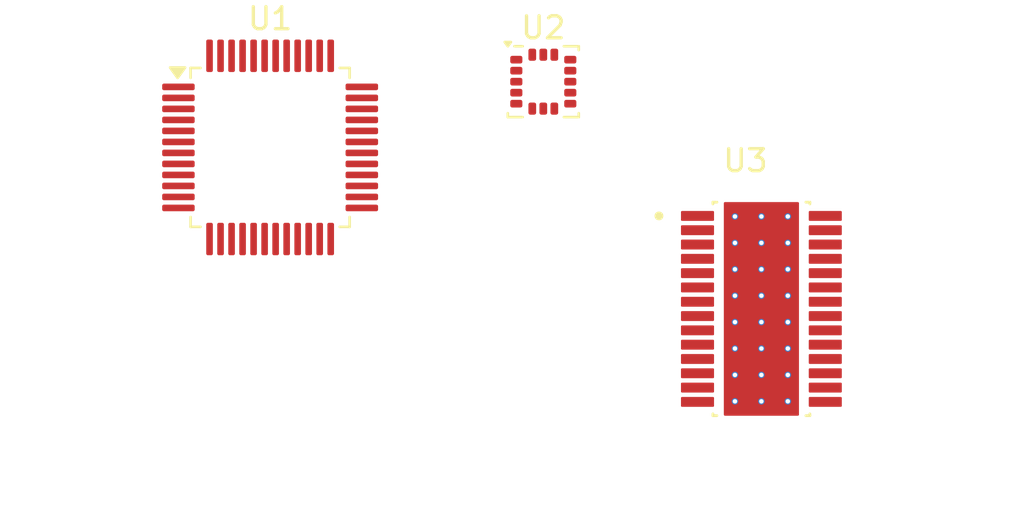
<source format=kicad_pcb>
(kicad_pcb (version 20241229) (generator "pcbnew") (generator_version "9.0")
  (layers (0 "F.Cu" signal) (2 "B.Cu" signal) (13 "F.Paste" user) (15 "B.Paste" user) (5 "F.SilkS" user "F.Silkscreen") (7 "B.SilkS" user "B.Silkscreen") (1 "F.Mask" user) (3 "B.Mask" user) (25 "Edge.Cuts" user))
  (net 0 "")
  (net 1 "Net-(U1-VSS-Pad23)")
  (net 48 "Net-(U2-GND-Pad10)")
  (net 61 "GND")
  (net 74 "VM")
  (footprint "Package_QFP:LQFP-48_7x7mm_P0.5mm" (layer "F.Cu") (at 157.375 83.8125)
    (property "Reference" "U1" (at 0 -5.85 0) (layer "F.SilkS"))
    (property "Value" "STM32G431CBTx")
    (fp_line (start -3.61 -3.61) (end -3.61 -3.16) (stroke (width 0.12)) (layer "F.SilkS"))
    (fp_line (start -3.61 3.61) (end -3.61 3.16) (stroke (width 0.12)) (layer "F.SilkS"))
    (fp_line (start -3.16 -3.61) (end -3.61 -3.61) (stroke (width 0.12)) (layer "F.SilkS"))
    (fp_line (start -3.16 3.61) (end -3.61 3.61) (stroke (width 0.12)) (layer "F.SilkS"))
    (fp_line (start 3.16 -3.61) (end 3.61 -3.61) (stroke (width 0.12)) (layer "F.SilkS"))
    (fp_line (start 3.16 3.61) (end 3.61 3.61) (stroke (width 0.12)) (layer "F.SilkS"))
    (fp_line (start 3.61 -3.61) (end 3.61 -3.16) (stroke (width 0.12)) (layer "F.SilkS"))
    (fp_line (start 3.61 3.61) (end 3.61 3.16) (stroke (width 0.12)) (layer "F.SilkS"))
    (fp_poly (pts (xy -4.2 -3.16) (xy -4.54 -3.63) (xy -3.86 -3.63)) (stroke (width 0.12)) (fill yes) (layer "F.SilkS"))
    (pad "1" smd roundrect (at -4.1625 -2.75) (size 1.475 0.3) (layers "F.Cu" "F.Mask" "F.Paste"))
    (pad "2" smd roundrect (at -4.1625 -2.25) (size 1.475 0.3) (layers "F.Cu" "F.Mask" "F.Paste"))
    (pad "3" smd roundrect (at -4.1625 -1.75) (size 1.475 0.3) (layers "F.Cu" "F.Mask" "F.Paste"))
    (pad "4" smd roundrect (at -4.1625 -1.25) (size 1.475 0.3) (layers "F.Cu" "F.Mask" "F.Paste"))
    (pad "5" smd roundrect (at -4.1625 -0.75) (size 1.475 0.3) (layers "F.Cu" "F.Mask" "F.Paste"))
    (pad "6" smd roundrect (at -4.1625 -0.25) (size 1.475 0.3) (layers "F.Cu" "F.Mask" "F.Paste"))
    (pad "7" smd roundrect (at -4.1625 0.25) (size 1.475 0.3) (layers "F.Cu" "F.Mask" "F.Paste"))
    (pad "8" smd roundrect (at -4.1625 0.75) (size 1.475 0.3) (layers "F.Cu" "F.Mask" "F.Paste"))
    (pad "9" smd roundrect (at -4.1625 1.25) (size 1.475 0.3) (layers "F.Cu" "F.Mask" "F.Paste"))
    (pad "10" smd roundrect (at -4.1625 1.75) (size 1.475 0.3) (layers "F.Cu" "F.Mask" "F.Paste"))
    (pad "11" smd roundrect (at -4.1625 2.25) (size 1.475 0.3) (layers "F.Cu" "F.Mask" "F.Paste"))
    (pad "12" smd roundrect (at -4.1625 2.75) (size 1.475 0.3) (layers "F.Cu" "F.Mask" "F.Paste"))
    (pad "13" smd roundrect (at -2.75 4.1625) (size 0.3 1.475) (layers "F.Cu" "F.Mask" "F.Paste"))
    (pad "14" smd roundrect (at -2.25 4.1625) (size 0.3 1.475) (layers "F.Cu" "F.Mask" "F.Paste"))
    (pad "15" smd roundrect (at -1.75 4.1625) (size 0.3 1.475) (layers "F.Cu" "F.Mask" "F.Paste"))
    (pad "16" smd roundrect (at -1.25 4.1625) (size 0.3 1.475) (layers "F.Cu" "F.Mask" "F.Paste"))
    (pad "17" smd roundrect (at -0.75 4.1625) (size 0.3 1.475) (layers "F.Cu" "F.Mask" "F.Paste"))
    (pad "18" smd roundrect (at -0.25 4.1625) (size 0.3 1.475) (layers "F.Cu" "F.Mask" "F.Paste"))
    (pad "19" smd roundrect (at 0.25 4.1625) (size 0.3 1.475) (layers "F.Cu" "F.Mask" "F.Paste"))
    (pad "20" smd roundrect (at 0.75 4.1625) (size 0.3 1.475) (layers "F.Cu" "F.Mask" "F.Paste"))
    (pad "21" smd roundrect (at 1.25 4.1625) (size 0.3 1.475) (layers "F.Cu" "F.Mask" "F.Paste"))
    (pad "22" smd roundrect (at 1.75 4.1625) (size 0.3 1.475) (layers "F.Cu" "F.Mask" "F.Paste"))
    (pad "23" smd roundrect (at 2.25 4.1625) (size 0.3 1.475) (layers "F.Cu" "F.Mask" "F.Paste") (net 1 "Net-(U1-VSS-Pad23)"))
    (pad "24" smd roundrect (at 2.75 4.1625) (size 0.3 1.475) (layers "F.Cu" "F.Mask" "F.Paste"))
    (pad "25" smd roundrect (at 4.1625 2.75) (size 1.475 0.3) (layers "F.Cu" "F.Mask" "F.Paste"))
    (pad "26" smd roundrect (at 4.1625 2.25) (size 1.475 0.3) (layers "F.Cu" "F.Mask" "F.Paste"))
    (pad "27" smd roundrect (at 4.1625 1.75) (size 1.475 0.3) (layers "F.Cu" "F.Mask" "F.Paste"))
    (pad "28" smd roundrect (at 4.1625 1.25) (size 1.475 0.3) (layers "F.Cu" "F.Mask" "F.Paste"))
    (pad "29" smd roundrect (at 4.1625 0.75) (size 1.475 0.3) (layers "F.Cu" "F.Mask" "F.Paste"))
    (pad "30" smd roundrect (at 4.1625 0.25) (size 1.475 0.3) (layers "F.Cu" "F.Mask" "F.Paste"))
    (pad "31" smd roundrect (at 4.1625 -0.25) (size 1.475 0.3) (layers "F.Cu" "F.Mask" "F.Paste"))
    (pad "32" smd roundrect (at 4.1625 -0.75) (size 1.475 0.3) (layers "F.Cu" "F.Mask" "F.Paste"))
    (pad "33" smd roundrect (at 4.1625 -1.25) (size 1.475 0.3) (layers "F.Cu" "F.Mask" "F.Paste"))
    (pad "34" smd roundrect (at 4.1625 -1.75) (size 1.475 0.3) (layers "F.Cu" "F.Mask" "F.Paste"))
    (pad "35" smd roundrect (at 4.1625 -2.25) (size 1.475 0.3) (layers "F.Cu" "F.Mask" "F.Paste") (net 1 "Net-(U1-VSS-Pad23)"))
    (pad "36" smd roundrect (at 4.1625 -2.75) (size 1.475 0.3) (layers "F.Cu" "F.Mask" "F.Paste"))
    (pad "37" smd roundrect (at 2.75 -4.1625) (size 0.3 1.475) (layers "F.Cu" "F.Mask" "F.Paste"))
    (pad "38" smd roundrect (at 2.25 -4.1625) (size 0.3 1.475) (layers "F.Cu" "F.Mask" "F.Paste"))
    (pad "39" smd roundrect (at 1.75 -4.1625) (size 0.3 1.475) (layers "F.Cu" "F.Mask" "F.Paste"))
    (pad "40" smd roundrect (at 1.25 -4.1625) (size 0.3 1.475) (layers "F.Cu" "F.Mask" "F.Paste"))
    (pad "41" smd roundrect (at 0.75 -4.1625) (size 0.3 1.475) (layers "F.Cu" "F.Mask" "F.Paste"))
    (pad "42" smd roundrect (at 0.25 -4.1625) (size 0.3 1.475) (layers "F.Cu" "F.Mask" "F.Paste"))
    (pad "43" smd roundrect (at -0.25 -4.1625) (size 0.3 1.475) (layers "F.Cu" "F.Mask" "F.Paste"))
    (pad "44" smd roundrect (at -0.75 -4.1625) (size 0.3 1.475) (layers "F.Cu" "F.Mask" "F.Paste"))
    (pad "45" smd roundrect (at -1.25 -4.1625) (size 0.3 1.475) (layers "F.Cu" "F.Mask" "F.Paste"))
    (pad "46" smd roundrect (at -1.75 -4.1625) (size 0.3 1.475) (layers "F.Cu" "F.Mask" "F.Paste"))
    (pad "47" smd roundrect (at -2.25 -4.1625) (size 0.3 1.475) (layers "F.Cu" "F.Mask" "F.Paste") (net 1 "Net-(U1-VSS-Pad23)"))
    (pad "48" smd roundrect (at -2.75 -4.1625) (size 0.3 1.475) (layers "F.Cu" "F.Mask" "F.Paste"))
  )
  (footprint "Package_LGA:LGA-16_3x3mm_P0.5mm_LayoutBorder3x5y" (layer "F.Cu") (at 169.775 80.825)
    (property "Reference" "U2" (at 0 -2.45 0) (layer "F.SilkS"))
    (property "Value" "ICM-20602")
    (fp_line (start -1.61 1.61) (end -1.61 1.435) (stroke (width 0.12)) (layer "F.SilkS"))
    (fp_line (start -0.935 -1.61) (end -1.31 -1.61) (stroke (width 0.12)) (layer "F.SilkS"))
    (fp_line (start -0.935 1.61) (end -1.61 1.61) (stroke (width 0.12)) (layer "F.SilkS"))
    (fp_line (start 0.935 -1.61) (end 1.61 -1.61) (stroke (width 0.12)) (layer "F.SilkS"))
    (fp_line (start 0.935 1.61) (end 1.61 1.61) (stroke (width 0.12)) (layer "F.SilkS"))
    (fp_line (start 1.61 -1.61) (end 1.61 -1.435) (stroke (width 0.12)) (layer "F.SilkS"))
    (fp_line (start 1.61 1.61) (end 1.61 1.435) (stroke (width 0.12)) (layer "F.SilkS"))
    (fp_poly (pts (xy -1.61 -1.61) (xy -1.75 -1.8) (xy -1.47 -1.8)) (stroke (width 0.12)) (fill yes) (layer "F.SilkS"))
    (pad "1" smd roundrect (at -1.225 -1) (size 0.55 0.35) (layers "F.Cu" "F.Mask" "F.Paste"))
    (pad "2" smd roundrect (at -1.225 -0.5) (size 0.55 0.35) (layers "F.Cu" "F.Mask" "F.Paste"))
    (pad "3" smd roundrect (at -1.225 0) (size 0.55 0.35) (layers "F.Cu" "F.Mask" "F.Paste"))
    (pad "4" smd roundrect (at -1.225 0.5) (size 0.55 0.35) (layers "F.Cu" "F.Mask" "F.Paste"))
    (pad "5" smd roundrect (at -1.225 1) (size 0.55 0.35) (layers "F.Cu" "F.Mask" "F.Paste"))
    (pad "6" smd roundrect (at -0.5 1.225) (size 0.35 0.55) (layers "F.Cu" "F.Mask" "F.Paste"))
    (pad "7" smd roundrect (at 0 1.225) (size 0.35 0.55) (layers "F.Cu" "F.Mask" "F.Paste"))
    (pad "8" smd roundrect (at 0.5 1.225) (size 0.35 0.55) (layers "F.Cu" "F.Mask" "F.Paste"))
    (pad "9" smd roundrect (at 1.225 1) (size 0.55 0.35) (layers "F.Cu" "F.Mask" "F.Paste") (net 48 "Net-(U2-GND-Pad10)"))
    (pad "10" smd roundrect (at 1.225 0.5) (size 0.55 0.35) (layers "F.Cu" "F.Mask" "F.Paste") (net 48 "Net-(U2-GND-Pad10)"))
    (pad "11" smd roundrect (at 1.225 0) (size 0.55 0.35) (layers "F.Cu" "F.Mask" "F.Paste") (net 48 "Net-(U2-GND-Pad10)"))
    (pad "12" smd roundrect (at 1.225 -0.5) (size 0.55 0.35) (layers "F.Cu" "F.Mask" "F.Paste") (net 48 "Net-(U2-GND-Pad10)"))
    (pad "13" smd roundrect (at 1.225 -1) (size 0.55 0.35) (layers "F.Cu" "F.Mask" "F.Paste") (net 48 "Net-(U2-GND-Pad10)"))
    (pad "14" smd roundrect (at 0.5 -1.225) (size 0.35 0.55) (layers "F.Cu" "F.Mask" "F.Paste"))
    (pad "15" smd roundrect (at 0 -1.225) (size 0.35 0.55) (layers "F.Cu" "F.Mask" "F.Paste") (net 48 "Net-(U2-GND-Pad10)"))
    (pad "16" smd roundrect (at -0.5 -1.225) (size 0.35 0.55) (layers "F.Cu" "F.Mask" "F.Paste"))
  )
  (footprint "SOP65P640X120-29N:SOP65P640X120-29N" (layer "F.Cu") (at 179.675 91.15)
    (property "Reference" "U3" (at -0.725 -6.735 0) (layer "F.SilkS"))
    (property "Value" "DRV8313PWP")
    (fp_line (start -2.2 -4.85) (end -2.2 -4.77) (stroke (width 0.127)) (layer "F.SilkS"))
    (fp_line (start -2.2 -4.85) (end -2.02 -4.85) (stroke (width 0.127)) (layer "F.SilkS"))
    (fp_line (start -2.2 4.85) (end -2.2 4.77) (stroke (width 0.127)) (layer "F.SilkS"))
    (fp_line (start -2.2 4.85) (end -2.02 4.85) (stroke (width 0.127)) (layer "F.SilkS"))
    (fp_line (start 2.02 -4.85) (end 2.2 -4.85) (stroke (width 0.127)) (layer "F.SilkS"))
    (fp_line (start 2.02 4.85) (end 2.2 4.85) (stroke (width 0.127)) (layer "F.SilkS"))
    (fp_line (start 2.2 -4.85) (end 2.2 -4.77) (stroke (width 0.127)) (layer "F.SilkS"))
    (fp_line (start 2.2 4.85) (end 2.2 4.77) (stroke (width 0.127)) (layer "F.SilkS"))
    (fp_circle (center -4.65 -4.225) (end -4.55 -4.225) (stroke (width 0.2)) (fill no) (layer "F.SilkS"))
    (pad "1" smd roundrect (at -2.9 -4.225) (size 1.5 0.45) (layers "F.Cu" "F.Paste") (roundrect_rratio 0.1))
    (pad "2" smd roundrect (at -2.9 -3.575) (size 1.5 0.45) (layers "F.Cu" "F.Paste") (roundrect_rratio 0.1))
    (pad "3" smd roundrect (at -2.9 -2.925) (size 1.5 0.45) (layers "F.Cu" "F.Paste") (roundrect_rratio 0.1))
    (pad "4" smd roundrect (at -2.9 -2.275) (size 1.5 0.45) (layers "F.Cu" "F.Paste") (roundrect_rratio 0.1) (net 74 "VM"))
    (pad "5" smd roundrect (at -2.9 -1.625) (size 1.5 0.45) (layers "F.Cu" "F.Paste") (roundrect_rratio 0.1))
    (pad "6" smd roundrect (at -2.9 -0.975) (size 1.5 0.45) (layers "F.Cu" "F.Paste") (roundrect_rratio 0.1))
    (pad "7" smd roundrect (at -2.9 -0.325) (size 1.5 0.45) (layers "F.Cu" "F.Paste") (roundrect_rratio 0.1))
    (pad "8" smd roundrect (at -2.9 0.325) (size 1.5 0.45) (layers "F.Cu" "F.Paste") (roundrect_rratio 0.1))
    (pad "9" smd roundrect (at -2.9 0.975) (size 1.5 0.45) (layers "F.Cu" "F.Paste") (roundrect_rratio 0.1))
    (pad "10" smd roundrect (at -2.9 1.625) (size 1.5 0.45) (layers "F.Cu" "F.Paste") (roundrect_rratio 0.1))
    (pad "11" smd roundrect (at -2.9 2.275) (size 1.5 0.45) (layers "F.Cu" "F.Paste") (roundrect_rratio 0.1) (net 74 "VM"))
    (pad "12" smd roundrect (at -2.9 2.925) (size 1.5 0.45) (layers "F.Cu" "F.Paste") (roundrect_rratio 0.1))
    (pad "13" smd roundrect (at -2.9 3.575) (size 1.5 0.45) (layers "F.Cu" "F.Paste") (roundrect_rratio 0.1))
    (pad "14" smd roundrect (at -2.9 4.225) (size 1.5 0.45) (layers "F.Cu" "F.Paste") (roundrect_rratio 0.1) (net 61 "GND"))
    (pad "15" smd roundrect (at 2.9 4.225) (size 1.5 0.45) (layers "F.Cu" "F.Paste") (roundrect_rratio 0.1))
    (pad "16" smd roundrect (at 2.9 3.575) (size 1.5 0.45) (layers "F.Cu" "F.Paste") (roundrect_rratio 0.1))
    (pad "17" smd roundrect (at 2.9 2.925) (size 1.5 0.45) (layers "F.Cu" "F.Paste") (roundrect_rratio 0.1))
    (pad "18" smd roundrect (at 2.9 2.275) (size 1.5 0.45) (layers "F.Cu" "F.Paste") (roundrect_rratio 0.1))
    (pad "19" smd roundrect (at 2.9 1.625) (size 1.5 0.45) (layers "F.Cu" "F.Paste") (roundrect_rratio 0.1))
    (pad "20" smd roundrect (at 2.9 0.975) (size 1.5 0.45) (layers "F.Cu" "F.Paste") (roundrect_rratio 0.1) (net 61 "GND"))
    (pad "21" smd roundrect (at 2.9 0.325) (size 1.5 0.45) (layers "F.Cu" "F.Paste") (roundrect_rratio 0.1))
    (pad "22" smd roundrect (at 2.9 -0.325) (size 1.5 0.45) (layers "F.Cu" "F.Paste") (roundrect_rratio 0.1))
    (pad "23" smd roundrect (at 2.9 -0.975) (size 1.5 0.45) (layers "F.Cu" "F.Paste") (roundrect_rratio 0.1))
    (pad "24" smd roundrect (at 2.9 -1.625) (size 1.5 0.45) (layers "F.Cu" "F.Paste") (roundrect_rratio 0.1))
    (pad "25" smd roundrect (at 2.9 -2.275) (size 1.5 0.45) (layers "F.Cu" "F.Paste") (roundrect_rratio 0.1))
    (pad "26" smd roundrect (at 2.9 -2.925) (size 1.5 0.45) (layers "F.Cu" "F.Paste") (roundrect_rratio 0.1))
    (pad "27" smd roundrect (at 2.9 -3.575) (size 1.5 0.45) (layers "F.Cu" "F.Paste") (roundrect_rratio 0.1))
    (pad "28" smd roundrect (at 2.9 -4.225) (size 1.5 0.45) (layers "F.Cu" "F.Paste") (roundrect_rratio 0.1) (net 61 "GND"))
    (pad "29" smd custom (at 0 0) (size 0.1 0.1) (layers "F.Cu") (options (clearance outline) (anchor rect)) (primitives (gr_poly (pts (xy 1.65 4.85) (xy -1.65 4.85) (xy -1.653 4.85) (xy -1.655 4.85) (xy -1.658 4.849) (xy -1.66 4.849) (xy -1.663 4.848) (xy -1.665 4.848) (xy -1.668 4.847) (xy -1.67 4.846) (xy -1.673 4.845) (xy -1.675 4.843) (xy -1.677 4.842) (xy -1.679 4.84) (xy -1.681 4.839) (xy -1.683 4.837) (xy -1.685 4.835) (xy -1.687 4.833) (xy -1.689 4.831) (xy -1.69 4.829) (xy -1.692 4.827) (xy -1.693 4.825) (xy -1.695 4.823) (xy -1.696 4.82) (xy -1.697 4.818) (xy -1.698 4.815) (xy -1.698 4.813) (xy -1.699 4.81) (xy -1.699 4.808) (xy -1.7 4.805) (xy -1.7 4.803) (xy -1.7 4.8) (xy -1.7 -4.8) (xy -1.7 -4.803) (xy -1.7 -4.805) (xy -1.699 -4.808) (xy -1.699 -4.81) (xy -1.698 -4.813) (xy -1.698 -4.815) (xy -1.697 -4.818) (xy -1.696 -4.82) (xy -1.695 -4.823) (xy -1.693 -4.825) (xy -1.692 -4.827) (xy -1.69 -4.829) (xy -1.689 -4.831) (xy -1.687 -4.833) (xy -1.685 -4.835) (xy -1.683 -4.837) (xy -1.681 -4.839) (xy -1.679 -4.84) (xy -1.677 -4.842) (xy -1.675 -4.843) (xy -1.673 -4.845) (xy -1.67 -4.846) (xy -1.668 -4.847) (xy -1.665 -4.848) (xy -1.663 -4.848) (xy -1.66 -4.849) (xy -1.658 -4.849) (xy -1.655 -4.85) (xy -1.653 -4.85) (xy -1.65 -4.85) (xy 1.65 -4.85) (xy 1.653 -4.85) (xy 1.655 -4.85) (xy 1.658 -4.849) (xy 1.66 -4.849) (xy 1.663 -4.848) (xy 1.665 -4.848) (xy 1.668 -4.847) (xy 1.67 -4.846) (xy 1.673 -4.845) (xy 1.675 -4.843) (xy 1.677 -4.842) (xy 1.679 -4.84) (xy 1.681 -4.839) (xy 1.683 -4.837) (xy 1.685 -4.835) (xy 1.687 -4.833) (xy 1.689 -4.831) (xy 1.69 -4.829) (xy 1.692 -4.827) (xy 1.693 -4.825) (xy 1.695 -4.823) (xy 1.696 -4.82) (xy 1.697 -4.818) (xy 1.698 -4.815) (xy 1.698 -4.813) (xy 1.699 -4.81) (xy 1.699 -4.808) (xy 1.7 -4.805) (xy 1.7 -4.803) (xy 1.7 -4.8) (xy 1.7 4.8) (xy 1.7 4.803) (xy 1.7 4.805) (xy 1.699 4.808) (xy 1.699 4.81) (xy 1.698 4.813) (xy 1.698 4.815) (xy 1.697 4.818) (xy 1.696 4.82) (xy 1.695 4.823) (xy 1.693 4.825) (xy 1.692 4.827) (xy 1.69 4.829) (xy 1.689 4.831) (xy 1.687 4.833) (xy 1.685 4.835) (xy 1.683 4.837) (xy 1.681 4.839) (xy 1.679 4.84) (xy 1.677 4.842) (xy 1.675 4.843) (xy 1.673 4.845) (xy 1.67 4.846) (xy 1.668 4.847) (xy 1.665 4.848) (xy 1.663 4.848) (xy 1.66 4.849) (xy 1.658 4.849) (xy 1.655 4.85) (xy 1.653 4.85) (xy 1.65 4.85)) (width 0.01) (fill yes))))
    (pad "30" thru_hole circle (at -1.2 -4.2) (size 0.3 0.3) (drill 0.2) (layers "*.Cu"))
    (pad "31" thru_hole circle (at 0 -4.2) (size 0.3 0.3) (drill 0.2) (layers "*.Cu"))
    (pad "32" thru_hole circle (at 1.2 -4.2) (size 0.3 0.3) (drill 0.2) (layers "*.Cu"))
    (pad "33" thru_hole circle (at -1.2 -3) (size 0.3 0.3) (drill 0.2) (layers "*.Cu"))
    (pad "34" thru_hole circle (at 0 -3) (size 0.3 0.3) (drill 0.2) (layers "*.Cu"))
    (pad "35" thru_hole circle (at 1.2 -3) (size 0.3 0.3) (drill 0.2) (layers "*.Cu"))
    (pad "36" thru_hole circle (at -1.2 -1.8) (size 0.3 0.3) (drill 0.2) (layers "*.Cu"))
    (pad "37" thru_hole circle (at 0 -1.8) (size 0.3 0.3) (drill 0.2) (layers "*.Cu"))
    (pad "38" thru_hole circle (at 1.2 -1.8) (size 0.3 0.3) (drill 0.2) (layers "*.Cu"))
    (pad "39" thru_hole circle (at -1.2 -0.6) (size 0.3 0.3) (drill 0.2) (layers "*.Cu"))
    (pad "40" thru_hole circle (at 0 -0.6) (size 0.3 0.3) (drill 0.2) (layers "*.Cu"))
    (pad "41" thru_hole circle (at 1.2 -0.6) (size 0.3 0.3) (drill 0.2) (layers "*.Cu"))
    (pad "42" thru_hole circle (at -1.2 0.6) (size 0.3 0.3) (drill 0.2) (layers "*.Cu"))
    (pad "43" thru_hole circle (at 0 0.6) (size 0.3 0.3) (drill 0.2) (layers "*.Cu"))
    (pad "44" thru_hole circle (at 1.2 0.6) (size 0.3 0.3) (drill 0.2) (layers "*.Cu"))
    (pad "45" thru_hole circle (at -1.2 1.8) (size 0.3 0.3) (drill 0.2) (layers "*.Cu"))
    (pad "46" thru_hole circle (at 0 1.8) (size 0.3 0.3) (drill 0.2) (layers "*.Cu"))
    (pad "47" thru_hole circle (at 1.2 1.8) (size 0.3 0.3) (drill 0.2) (layers "*.Cu"))
    (pad "48" thru_hole circle (at -1.2 3) (size 0.3 0.3) (drill 0.2) (layers "*.Cu"))
    (pad "49" thru_hole circle (at 0 3) (size 0.3 0.3) (drill 0.2) (layers "*.Cu"))
    (pad "50" thru_hole circle (at 1.2 3) (size 0.3 0.3) (drill 0.2) (layers "*.Cu"))
    (pad "51" thru_hole circle (at -1.2 4.2) (size 0.3 0.3) (drill 0.2) (layers "*.Cu"))
    (pad "52" thru_hole circle (at 0 4.2) (size 0.3 0.3) (drill 0.2) (layers "*.Cu"))
    (pad "53" thru_hole circle (at 1.2 4.2) (size 0.3 0.3) (drill 0.2) (layers "*.Cu"))
  )
)
</source>
